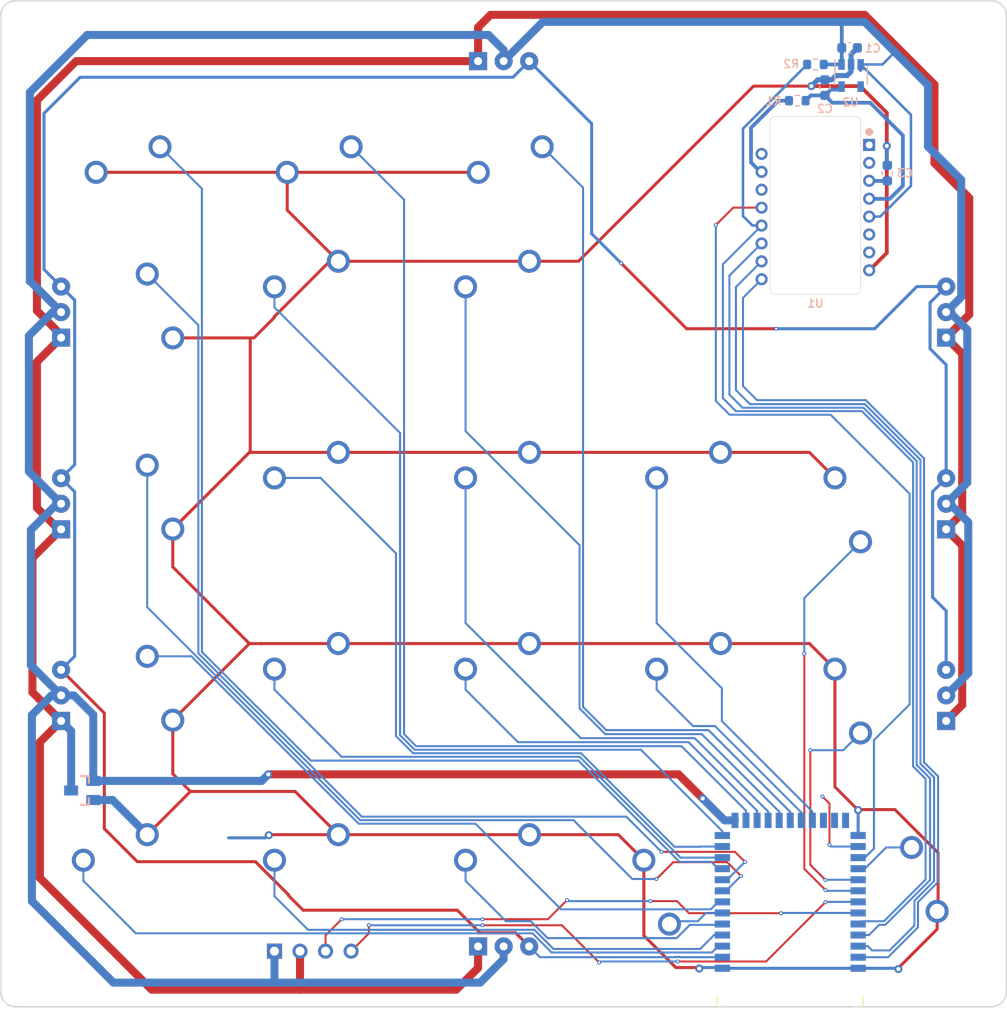
<source format=kicad_pcb>
(kicad_pcb (version 20211014) (generator pcbnew)
  (title_block (title "ortho-tb-board") (rev "v1.0.0") (company "Unknown"))
  (layers (0 "F.Cu" signal) (31 "B.Cu" signal) (34 "B.Paste" user) (35 "F.Paste" user) (36 "B.SilkS" user "B.Silkscreen") (37 "F.SilkS" user "F.Silkscreen") (38 "B.Mask" user) (39 "F.Mask" user) (44 "Edge.Cuts" user))
  (net 0 "")
  (net 1 "GND")
  (net 2 "m_c1_r1")
  (net 3 "m_c1_r2")
  (net 4 "m_c1_r3")
  (net 5 "m_c1_r4")
  (net 6 "m_c1_r5")
  (net 7 "m_c2_r1")
  (net 8 "m_c2_r2")
  (net 9 "m_c2_r3")
  (net 10 "m_c2_r4")
  (net 11 "m_c2_r5")
  (net 12 "m_c3_r1")
  (net 13 "m_c3_r2")
  (net 14 "m_c3_r3")
  (net 15 "m_c3_r4")
  (net 16 "m_c3_r5")
  (net 17 "m_c4_r1")
  (net 18 "m_c4_r2")
  (net 19 "m_c4_r3")
  (net 20 "m_c5_r1")
  (net 21 "m_c5_r2")
  (net 22 "m_c5_r3")
  (net 23 "DMIN")
  (net 24 "DPLUS")
  (net 25 "m_c4_r4")
  (net 26 "XTRA")
  (net 27 "SWDCLK")
  (net 28 "SWDIO")
  (net 29 "VBUS")
  (net 30 "VCC")
  (net 31 "GND_P")
  (net 32 "MISO")
  (net 33 "NCS")
  (net 34 "MOSI")
  (net 35 "SCLK")
  (net 36 "MOTION")
  (footprint "MX" (layer "F.Cu") (at 50.025 -88.025 180)
    (fp_text reference "S15" hide)
    (fp_text value "" hide)
  )
  (footprint "MX" (layer "F.Cu") (at 31.025 -50.025)
    (fp_text reference "S8" hide)
    (fp_text value "" hide)
  )
  (footprint "MX" (layer "F.Cu") (at 50.025 -69.025)
    (fp_text reference "S14" hide)
    (fp_text value "" hide)
  )
  (footprint "MountingHole:MountingHole_3.2mm_M3" (layer "F.Cu") (at 81 -80 170)
    (fp_text reference "")
    (fp_text value "")
  )
  (footprint "MX" (layer "F.Cu") (at 69.025 -31.025)
    (fp_text reference "S17" hide)
    (fp_text value "" hide)
  )
  (footprint "four_pin_header" (layer "F.Cu") (at 31.025 -5.525 90)
    (fp_text reference "")
    (fp_text value "")
  )
  (footprint "MX" (layer "F.Cu") (at 88.025 -12.025 -90)
    (fp_text reference "S19" hide)
    (fp_text value "" hide)
  )
  (footprint "MX" (layer "F.Cu") (at 50.025 -50.025)
    (fp_text reference "S13" hide)
    (fp_text value "" hide)
  )
  (footprint "MX" (layer "F.Cu") (at 12.025 -31.025 -90)
    (fp_text reference "S2" hide)
    (fp_text value "" hide)
  )
  (footprint "MX" (layer "F.Cu") (at 31.025 -12.025)
    (fp_text reference "S6" hide)
    (fp_text value "" hide)
  )
  (footprint "MX" (layer "F.Cu") (at 50.025 -31.025)
    (fp_text reference "S12" hide)
    (fp_text value "" hide)
  )
  (footprint "MountingHole:MountingHole_2.2mm_M2" (layer "F.Cu") (at 2.5 -97.5)
    (fp_text reference "")
    (fp_text value "")
  )
  (footprint "MountingHole:MountingHole_3.2mm_M3" (layer "F.Cu") (at 81 -80 148)
    (fp_text reference "")
    (fp_text value "")
  )
  (footprint "MX" (layer "F.Cu") (at 31.025 -31.025)
    (fp_text reference "S7" hide)
    (fp_text value "" hide)
  )
  (footprint "MX" (layer "F.Cu") (at 31.025 -69.025)
    (fp_text reference "S9" hide)
    (fp_text value "" hide)
  )
  (footprint "MountingHole:MountingHole_2.2mm_M2" (layer "F.Cu") (at 2.5 -2.5)
    (fp_text reference "")
    (fp_text value "")
  )
  (footprint "MX" (layer "F.Cu") (at 50.025 -12.025)
    (fp_text reference "S11" hide)
    (fp_text value "" hide)
  )
  (footprint "MountingHole:MountingHole_3.2mm_M3" (layer "F.Cu") (at 81 -80 136)
    (fp_text reference "")
    (fp_text value "")
  )
  (footprint "MX" (layer "F.Cu") (at 12.025 -12.025)
    (fp_text reference "S1" hide)
    (fp_text value "" hide)
  )
  (footprint "MountingHole:MountingHole_2.2mm_M2" (layer "F.Cu") (at 97.5 -97.5)
    (fp_text reference "")
    (fp_text value "")
  )
  (footprint "MountingHole:MountingHole_3.2mm_M3" (layer "F.Cu") (at 81 -80 159)
    (fp_text reference "")
    (fp_text value "")
  )
  (footprint "MX" (layer "F.Cu") (at 12.025 -50.025 -90)
    (fp_text reference "S3" hide)
    (fp_text value "" hide)
  )
  (footprint "MX" (layer "F.Cu") (at 69.025 -50.025)
    (fp_text reference "S18" hide)
    (fp_text value "" hide)
  )
  (footprint "MX" (layer "F.Cu") (at 31.025 -88.025 180)
    (fp_text reference "S10" hide)
    (fp_text value "" hide)
  )
  (footprint "MountingHole:MountingHole_3.2mm_M3" (layer "F.Cu") (at 81 -80 180)
    (fp_text reference "")
    (fp_text value "")
  )
  (footprint "MX" (layer "F.Cu") (at 12.025 -69.025 -90)
    (fp_text reference "S4" hide)
    (fp_text value "" hide)
  )
  (footprint "MX" (layer "F.Cu") (at 12.025 -88.025 180)
    (fp_text reference "S5" hide)
    (fp_text value "" hide)
  )
  (footprint "MX" (layer "F.Cu") (at 88.025 -31.025 90)
    (fp_text reference "S20" hide)
    (fp_text value "" hide)
  )
  (footprint "MountingHole:MountingHole_2.2mm_M2" (layer "F.Cu") (at 97.5 -2.5)
    (fp_text reference "")
    (fp_text value "")
  )
  (footprint "MX" (layer "F.Cu") (at 88.025 -50.025 90)
    (fp_text reference "S21" hide)
    (fp_text value "" hide)
  )
  (footprint "MX" (layer "F.Cu") (at 69.025 -12.025 90)
    (fp_text reference "S16" hide)
    (fp_text value "" hide)
  )
  (footprint "Capacitor_SMD:C_0603_1608Metric" (layer "B.Cu") (at 88.15 -82.865 90)
    (fp_text reference "C3")
    (fp_text value "4.7u")
  )
  (footprint "magnetic_connector" (layer "B.Cu") (at 94 -30.95 180)
    (fp_text reference "")
    (fp_text value "")
  )
  (footprint "Capacitor_SMD:C_0603_1608Metric" (layer "B.Cu") (at 84.4 -95.315 180)
    (fp_text reference "C1")
    (fp_text value "0.1u")
  )
  (footprint "SOT23" (layer "B.Cu") (at 8.1 -21.5 -90)
    (fp_text reference "")
    (fp_text value "SOT23")
  )
  (footprint "Capacitor_SMD:C_0603_1608Metric" (layer "B.Cu") (at 81.95 -91.365 90)
    (fp_text reference "C2")
    (fp_text value "1u")
  )
  (footprint "Resistor_SMD:R_0603_1608Metric" (layer "B.Cu") (at 79.2 -90.065 180)
    (fp_text reference "R1")
    (fp_text value "39")
  )
  (footprint "Resistor_SMD:R_0603_1608Metric" (layer "B.Cu") (at 81 -93.665 180)
    (fp_text reference "R2")
    (fp_text value "10k")
  )
  (footprint "nRF52840_holyiot_18010" (layer "B.Cu") (at 78.5 -9.525)
    (fp_text reference "")
    (fp_text value "nRF52840_holyiot_18010")
  )
  (footprint "PMW3360:PMW3360" (layer "B.Cu") (at 86.35 -85.665 180)
    (fp_text reference "U1")
    (fp_text value "PMW3360")
  )
  (footprint "magnetic_connector" (layer "B.Cu") (at 50 -94 90)
    (fp_text reference "")
    (fp_text value "")
  )
  (footprint "Package_TO_SOT_SMD:SOT-23-5" (layer "B.Cu") (at 84.55 -92.565 -90)
    (fp_text reference "U2")
    (fp_text value "TCR2EF19")
  )
  (footprint "magnetic_connector" (layer "B.Cu") (at 6 -69.05 180)
    (fp_text reference "")
    (fp_text value "")
  )
  (footprint "magnetic_connector" (layer "B.Cu") (at 94 -50 180)
    (fp_text reference "")
    (fp_text value "")
  )
  (footprint "magnetic_connector" (layer "B.Cu") (at 6 -30.95 180)
    (fp_text reference "")
    (fp_text value "")
  )
  (footprint "magnetic_connector" (layer "B.Cu") (at 50 -6 90)
    (fp_text reference "")
    (fp_text value "")
  )
  (footprint "magnetic_connector" (layer "B.Cu") (at 6 -50 180)
    (fp_text reference "")
    (fp_text value "")
  )
  (footprint "magnetic_connector" (layer "B.Cu") (at 94 -69.05 180)
    (fp_text reference "")
    (fp_text value "")
  )
  (gr_line (start 85 -70.815) (end 77 -70.815) (layer "Edge.Cuts") (width 0.05))
  (gr_arc (start 76.5 -88.015) (mid 76.646447 -88.368553) (end 77 -88.515) (layer "Edge.Cuts") (width 0.05))
  (gr_arc (start 85 -88.515) (mid 85.353553 -88.368553) (end 85.5 -88.015) (layer "Edge.Cuts") (width 0.05))
  (gr_arc (start 100 -1.5) (mid 99.56066 -0.43934) (end 98.5 0) (layer "Edge.Cuts") (width 0.15))
  (gr_arc (start 0 -98.5) (mid 0.43934 -99.56066) (end 1.5 -100) (layer "Edge.Cuts") (width 0.15))
  (gr_arc (start 85.5 -71.315) (mid 85.353553 -70.961447) (end 85 -70.815) (layer "Edge.Cuts") (width 0.05))
  (gr_line (start 0 -98.5) (end 0 -1.5) (layer "Edge.Cuts") (width 0.15))
  (gr_line (start 98.5 -100) (end 1.5 -100) (layer "Edge.Cuts") (width 0.15))
  (gr_arc (start 98.5 -100) (mid 99.56066 -99.56066) (end 100 -98.5) (layer "Edge.Cuts") (width 0.15))
  (gr_line (start 100 -1.5) (end 100 -98.5) (layer "Edge.Cuts") (width 0.15))
  (gr_line (start 85.5 -88.015) (end 85.5 -71.315) (layer "Edge.Cuts") (width 0.05))
  (gr_line (start 77 -88.515) (end 85 -88.515) (layer "Edge.Cuts") (width 0.05))
  (gr_arc (start 1.5 0) (mid 0.43934 -0.43934) (end 0 -1.5) (layer "Edge.Cuts") (width 0.15))
  (gr_arc (start 77 -70.815) (mid 76.646447 -70.961447) (end 76.5 -71.315) (layer "Edge.Cuts") (width 0.05))
  (gr_line (start 76.5 -71.315) (end 76.5 -88.015) (layer "Edge.Cuts") (width 0.05))
  (gr_line (start 1.5 0) (end 98.5 0) (layer "Edge.Cuts") (width 0.15))
  (segment (start 75.54999 -82.975) (end 74.600002 -83.924988) (width 0.375) (layer "B.Cu") (net 0))
  (segment (start 74.600002 -87.36591) (end 77.299092 -90.065) (width 0.375) (layer "B.Cu") (net 0))
  (segment (start 83.6 -91.465) (end 83.3 -91.165) (width 0.375) (layer "B.Cu") (net 0))
  (segment (start 77.299092 -90.065) (end 78.375 -90.065) (width 0.375) (layer "B.Cu") (net 0))
  (segment (start 82.675 -89.865) (end 81.95 -90.59) (width 0.375) (layer "B.Cu") (net 0))
  (segment (start 86.35 -80.305) (end 88.39 -80.305) (width 0.375) (layer "B.Cu") (net 0))
  (segment (start 86.45 -89.865) (end 82.675 -89.865) (width 0.375) (layer "B.Cu") (net 0))
  (segment (start 83.3 -91.165) (end 82.525 -91.165) (width 0.375) (layer "B.Cu") (net 0))
  (segment (start 82.525 -91.165) (end 81.95 -90.59) (width 0.375) (layer "B.Cu") (net 0))
  (segment (start 88.39 -80.305) (end 89.7 -81.615) (width 0.375) (layer "B.Cu") (net 0))
  (segment (start 81.95 -90.59) (end 80.55 -90.59) (width 0.375) (layer "B.Cu") (net 0))
  (segment (start 74.600002 -83.924988) (end 74.600002 -87.36591) (width 0.375) (layer "B.Cu") (net 0))
  (segment (start 88.15 -82.09) (end 86.355 -82.09) (width 0.375) (layer "B.Cu") (net 0))
  (segment (start 89.7 -81.615) (end 89.7 -86.615) (width 0.375) (layer "B.Cu") (net 0))
  (segment (start 89.7 -86.615) (end 86.45 -89.865) (width 0.375) (layer "B.Cu") (net 0))
  (segment (start 80.55 -90.59) (end 80.025 -90.065) (width 0.375) (layer "B.Cu") (net 0))
  (segment (start 17.105 -28.485) (end 17.105 -23.155) (width 0.3) (layer "F.Cu") (net 1))
  (segment (start 24.805 -55.105) (end 33.565 -55.105) (width 0.3) (layer "F.Cu") (net 1))
  (segment (start 9.485 -82.945) (end 28.485 -82.945) (width 0.3) (layer "F.Cu") (net 1))
  (segment (start 32.705 -74.105) (end 33.565 -74.105) (width 0.3) (layer "F.Cu") (net 1))
  (segment (start 25.905 -36.105) (end 33.565 -36.105) (width 0.3) (layer "F.Cu") (net 1))
  (segment (start 28.485 -82.945) (end 47.485 -82.945) (width 0.3) (layer "F.Cu") (net 1))
  (segment (start 17.105 -47.485) (end 24.725 -55.105) (width 0.3) (layer "F.Cu") (net 1))
  (segment (start 88.91073 -19.6) (end 85.2 -19.6) (width 0.3) (layer "F.Cu") (net 1))
  (segment (start 93.2 -9.8) (end 93.2 -15.31073) (width 0.3) (layer "F.Cu") (net 1))
  (segment (start 88.1 -85.565) (end 88.1 -74.935) (width 0.375) (layer "F.Cu") (net 1))
  (segment (start 71.565 -36.105) (end 80.405 -36.105) (width 0.3) (layer "F.Cu") (net 1))
  (segment (start 63.945 -7.077887) (end 67.122887 -3.9) (width 0.3) (layer "F.Cu") (net 1))
  (segment (start 24.805 -66.475) (end 24.815 -66.485) (width 0.3) (layer "F.Cu") (net 1))
  (segment (start 33.565 -55.105) (end 52.565 -55.105) (width 0.3) (layer "F.Cu") (net 1))
  (segment (start 93.105 -7.705) (end 89.2 -3.8) (width 0.3) (layer "F.Cu") (net 1))
  (segment (start 33.565 -36.105) (end 52.565 -36.105) (width 0.3) (layer "F.Cu") (net 1))
  (segment (start 29.27 -21.4) (end 33.565 -17.105) (width 0.3) (layer "F.Cu") (net 1))
  (segment (start 74.851329 -91.515) (end 80.6 -91.515) (width 0.3) (layer "F.Cu") (net 1))
  (segment (start 80.405 -55.105) (end 82.945 -52.565) (width 0.3) (layer "F.Cu") (net 1))
  (segment (start 17.105 -43.715) (end 24.72 -36.1) (width 0.3) (layer "F.Cu") (net 1))
  (segment (start 27.195421 -68.507058) (end 27.195421 -68.595421) (width 0.3) (layer "F.Cu") (net 1))
  (segment (start 14.565 -17.105) (end 18.86 -21.4) (width 0.3) (layer "F.Cu") (net 1))
  (segment (start 33.565 -17.105) (end 26.605 -17.105) (width 0.3) (layer "F.Cu") (net 1))
  (segment (start 88.1 -74.935) (end 86.35 -73.185) (width 0.375) (layer "F.Cu") (net 1))
  (segment (start 80.405 -36.105) (end 82.945 -33.565) (width 0.3) (layer "F.Cu") (net 1))
  (segment (start 85.45 -91.515) (end 88.1 -88.865) (width 0.375) (layer "F.Cu") (net 1))
  (segment (start 80.6 -91.515) (end 85.45 -91.515) (width 0.375) (layer "F.Cu") (net 1))
  (segment (start 67.122887 -3.9) (end 69.4 -3.9) (width 0.3) (layer "F.Cu") (net 1))
  (segment (start 82.945 -21.855) (end 82.945 -33.565) (width 0.3) (layer "F.Cu") (net 1))
  (segment (start 93.105 -9.485) (end 93.105 -7.705) (width 0.3) (layer "F.Cu") (net 1))
  (segment (start 24.815 -66.485) (end 25.173363 -66.485) (width 0.3) (layer "F.Cu") (net 1))
  (segment (start 28.485 -82.945) (end 28.485 -79.185) (width 0.3) (layer "F.Cu") (net 1))
  (segment (start 33.565 -74.105) (end 52.565 -74.105) (width 0.3) (layer "F.Cu") (net 1))
  (segment (start 17.105 -66.485) (end 24.815 -66.485) (width 0.3) (layer "F.Cu") (net 1))
  (segment (start 71.565 -55.105) (end 80.405 -55.105) (width 0.3) (layer "F.Cu") (net 1))
  (segment (start 52.565 -55.105) (end 71.565 -55.105) (width 0.3) (layer "F.Cu") (net 1))
  (segment (start 52.565 -36.105) (end 71.565 -36.105) (width 0.3) (layer "F.Cu") (net 1))
  (segment (start 27.195421 -68.595421) (end 32.705 -74.105) (width 0.3) (layer "F.Cu") (net 1))
  (segment (start 93.2 -15.31073) (end 88.91073 -19.6) (width 0.3) (layer "F.Cu") (net 1))
  (segment (start 28.485 -79.185) (end 33.565 -74.105) (width 0.3) (layer "F.Cu") (net 1))
  (segment (start 88.1 -88.865) (end 88.1 -85.565) (width 0.375) (layer "F.Cu") (net 1))
  (segment (start 17.105 -23.155) (end 18.86 -21.4) (width 0.3) (layer "F.Cu") (net 1))
  (segment (start 17.105 -47.485) (end 17.105 -43.715) (width 0.3) (layer "F.Cu") (net 1))
  (segment (start 61.405 -17.105) (end 63.945 -14.565) (width 0.3) (layer "F.Cu") (net 1))
  (segment (start 93.105 -9.485) (end 93.105 -9.705) (width 0.3) (layer "F.Cu") (net 1))
  (segment (start 24.72 -55.1) (end 24.8 -55.1) (width 0.3) (layer "F.Cu") (net 1))
  (segment (start 85.2 -19.6) (end 82.945 -21.855) (width 0.3) (layer "F.Cu") (net 1))
  (segment (start 63.945 -14.565) (end 63.945 -7.077887) (width 0.3) (layer "F.Cu") (net 1))
  (segment (start 18.86 -21.4) (end 29.27 -21.4) (width 0.3) (layer "F.Cu") (net 1))
  (segment (start 57.441329 -74.105) (end 74.851329 -91.515) (width 0.3) (layer "F.Cu") (net 1))
  (segment (start 24.8 -55.1) (end 24.805 -55.105) (width 0.3) (layer "F.Cu") (net 1))
  (segment (start 24.805 -55.105) (end 24.805 -66.475) (width 0.3) (layer "F.Cu") (net 1))
  (segment (start 17.105 -47.485) (end 24.72 -55.1) (width 0.3) (layer "F.Cu") (net 1))
  (segment (start 25.9 -36.1) (end 25.905 -36.105) (width 0.3) (layer "F.Cu") (net 1))
  (segment (start 33.565 -17.105) (end 52.565 -17.105) (width 0.3) (layer "F.Cu") (net 1))
  (segment (start 52.565 -74.105) (end 57.441329 -74.105) (width 0.3) (layer "F.Cu") (net 1))
  (segment (start 17.105 -28.485) (end 24.72 -36.1) (width 0.3) (layer "F.Cu") (net 1))
  (segment (start 93.105 -9.705) (end 93.2 -9.8) (width 0.3) (layer "F.Cu") (net 1))
  (segment (start 25.173363 -66.485) (end 27.195421 -68.507058) (width 0.3) (layer "F.Cu") (net 1))
  (segment (start 24.725 -55.105) (end 24.805 -55.105) (width 0.3) (layer "F.Cu") (net 1))
  (segment (start 52.565 -17.105) (end 61.405 -17.105) (width 0.3) (layer "F.Cu") (net 1))
  (segment (start 24.72 -36.1) (end 25.9 -36.1) (width 0.3) (layer "F.Cu") (net 1))
  (via (at 85.25 -19.55) (size 0.8) (drill 0.4) (layers "F.Cu" "B.Cu") (net 1))
  (via (at 89.25 -3.75) (size 0.8) (drill 0.4) (layers "F.Cu" "B.Cu") (net 1))
  (via (at 80.6 -91.515) (size 0.8) (drill 0.4) (layers "F.Cu" "B.Cu") (net 1))
  (via (at 26.655 -17.055) (size 0.8) (drill 0.4) (layers "F.Cu" "B.Cu") (net 1))
  (via (at 69.45 -3.8005) (size 0.8) (drill 0.4) (layers "F.Cu" "B.Cu") (net 1))
  (via (at 88.1 -85.565) (size 0.8) (drill 0.4) (layers "F.Cu" "B.Cu") (net 1))
  (segment (start 69.4 -3.9) (end 71.675 -3.9) (width 0.3) (layer "B.Cu") (net 1))
  (segment (start 85.25 -17.025) (end 85.25 -19.55) (width 0.3) (layer "B.Cu") (net 1))
  (segment (start 89.2 -3.8) (end 89.175 -3.825) (width 0.3) (layer "B.Cu") (net 1))
  (segment (start 84.55 -94.69) (end 84.55 -93.665) (width 0.5) (layer "B.Cu") (net 1))
  (segment (start 9.2 -20.55) (end 11.12 -20.55) (width 0.8) (layer "B.Cu") (net 1))
  (segment (start 84.55 -92.949998) (end 84.165002 -92.565) (width 0.5) (layer "B.Cu") (net 1))
  (segment (start 71.675 -3.9) (end 71.75 -3.825) (width 0.3) (layer "B.Cu") (net 1))
  (segment (start 85.25 -3.825) (end 71.75 -3.825) (width 0.3) (layer "B.Cu") (net 1))
  (segment (start 84.55 -93.665) (end 84.55 -92.949998) (width 0.5) (layer "B.Cu") (net 1))
  (segment (start 82.609998 -92.14) (end 81.95 -92.14) (width 0.5) (layer "B.Cu") (net 1))
  (segment (start 81.225 -92.14) (end 80.6 -91.515) (width 0.5) (layer "B.Cu") (net 1))
  (segment (start 83.034998 -92.565) (end 82.609998 -92.14) (width 0.5) (layer "B.Cu") (net 1))
  (segment (start 88.1 -84.84) (end 88.05 -84.79) (width 0.25) (layer "B.Cu") (net 1))
  (segment (start 11.12 -20.55) (end 14.565 -17.105) (width 0.8) (layer "B.Cu") (net 1))
  (segment (start 81.95 -92.14) (end 81.225 -92.14) (width 0.5) (layer "B.Cu") (net 1))
  (segment (start 88.1 -85.565) (end 88.1 -83.69) (width 0.375) (layer "B.Cu") (net 1))
  (segment (start 26.29 -16.79) (end 26.605 -17.105) (width 0.3) (layer "B.Cu") (net 1))
  (segment (start 22.65 -16.79) (end 26.29 -16.79) (width 0.3) (layer "B.Cu") (net 1))
  (segment (start 88.1 -84.69) (end 88.15 -84.64) (width 0.25) (layer "B.Cu") (net 1))
  (segment (start 84.165002 -92.565) (end 83.034998 -92.565) (width 0.5) (layer "B.Cu") (net 1))
  (segment (start 89.175 -3.825) (end 85.25 -3.825) (width 0.3) (layer "B.Cu") (net 1))
  (segment (start 85.175 -95.315) (end 84.55 -94.69) (width 0.5) (layer "B.Cu") (net 1))
  (segment (start 54.770587 -5.395068) (end 52.866144 -7.299511) (width 0.2) (layer "B.Cu") (net 2))
  (segment (start 70.708068 -5.395068) (end 54.770587 -5.395068) (width 0.2) (layer "B.Cu") (net 2))
  (segment (start 71.75 -6.025) (end 71.338 -6.025) (width 0.2) (layer "B.Cu") (net 2))
  (segment (start 52.866144 -7.299511) (end 13.43639 -7.299511) (width 0.2) (layer "B.Cu") (net 2))
  (segment (start 8.215 -12.520901) (end 8.215 -14.565) (width 0.2) (layer "B.Cu") (net 2))
  (segment (start 71.338 -6.025) (end 70.708068 -5.395068) (width 0.2) (layer "B.Cu") (net 2))
  (segment (start 13.43639 -7.299511) (end 8.215 -12.520901) (width 0.2) (layer "B.Cu") (net 2))
  (segment (start 71.75 -10.425) (end 71.338 -10.425) (width 0.2) (layer "B.Cu") (net 3))
  (segment (start 70.594579 -9.681579) (end 55.718421 -9.681579) (width 0.2) (layer "B.Cu") (net 3))
  (segment (start 55.718421 -9.681579) (end 47.202 -18.198) (width 0.2) (layer "B.Cu") (net 3))
  (segment (start 71.338 -10.425) (end 70.594579 -9.681579) (width 0.2) (layer "B.Cu") (net 3))
  (segment (start 18.954496 -34.835) (end 14.565 -34.835) (width 0.2) (layer "B.Cu") (net 3))
  (segment (start 35.591496 -18.198) (end 18.954496 -34.835) (width 0.2) (layer "B.Cu") (net 3))
  (segment (start 47.202 -18.198) (end 35.591496 -18.198) (width 0.2) (layer "B.Cu") (net 3))
  (segment (start 72.231579 -14.368421) (end 73.6 -13) (width 0.2) (layer "F.Cu") (net 4))
  (segment (start 66.868421 -14.368421) (end 72.231579 -14.368421) (width 0.2) (layer "F.Cu") (net 4))
  (segment (start 65.2 -12.7) (end 66.868421 -14.368421) (width 0.2) (layer "F.Cu") (net 4))
  (via (at 65.2 -12.7) (size 0.4) (drill 0.2) (layers "F.Cu" "B.Cu") (net 4))
  (via (at 73.6 -13) (size 0.4) (drill 0.2) (layers "F.Cu" "B.Cu") (net 4))
  (segment (start 56.952489 -18.547511) (end 62.8 -12.7) (width 0.2) (layer "B.Cu") (net 4))
  (segment (start 72.125 -11.525) (end 71.75 -11.525) (width 0.2) (layer "B.Cu") (net 4))
  (segment (start 73.6 -13) (end 72.125 -11.525) (width 0.2) (layer "B.Cu") (net 4))
  (segment (start 14.565 -53.835) (end 14.565 -39.71878) (width 0.2) (layer "B.Cu") (net 4))
  (segment (start 62.8 -12.7) (end 65.2 -12.7) (width 0.2) (layer "B.Cu") (net 4))
  (segment (start 14.565 -39.71878) (end 35.736269 -18.547511) (width 0.2) (layer "B.Cu") (net 4))
  (segment (start 35.736269 -18.547511) (end 56.952489 -18.547511) (width 0.2) (layer "B.Cu") (net 4))
  (segment (start 73 -15.4) (end 74 -14.4) (width 0.2) (layer "F.Cu") (net 5))
  (segment (start 65.7 -15.4) (end 73 -15.4) (width 0.2) (layer "F.Cu") (net 5))
  (via (at 65.7 -15.4) (size 0.4) (drill 0.2) (layers "F.Cu" "B.Cu") (net 5))
  (via (at 74 -14.4) (size 0.4) (drill 0.2) (layers "F.Cu" "B.Cu") (net 5))
  (segment (start 74 -14.4) (end 72.225 -12.625) (width 0.2) (layer "B.Cu") (net 5))
  (segment (start 19.650489 -35.127574) (end 25.302996 -29.475068) (width 0.2) (layer "B.Cu") (net 5))
  (segment (start 25.302996 -29.475068) (end 25.319216 -29.475068) (width 0.2) (layer "B.Cu") (net 5))
  (segment (start 72.225 -12.625) (end 71.75 -12.625) (width 0.2) (layer "B.Cu") (net 5))
  (segment (start 35.897262 -18.897022) (end 62.202978 -18.897022) (width 0.2) (layer "B.Cu") (net 5))
  (segment (start 25.319216 -29.475068) (end 35.897262 -18.897022) (width 0.2) (layer "B.Cu") (net 5))
  (segment (start 14.565 -72.835) (end 19.650489 -67.749511) (width 0.2) (layer "B.Cu") (net 5))
  (segment (start 62.202978 -18.897022) (end 65.7 -15.4) (width 0.2) (layer "B.Cu") (net 5))
  (segment (start 19.650489 -67.749511) (end 19.650489 -35.127574) (width 0.2) (layer "B.Cu") (net 5))
  (segment (start 70.663 -14.4) (end 71.338 -13.725) (width 0.2) (layer "B.Cu") (net 6))
  (segment (start 20 -35.272347) (end 25.447768 -29.824579) (width 0.2) (layer "B.Cu") (net 6))
  (segment (start 71.338 -13.725) (end 71.75 -13.725) (width 0.2) (layer "B.Cu") (net 6))
  (segment (start 67.5 -14.4) (end 70.663 -14.4) (width 0.2) (layer "B.Cu") (net 6))
  (segment (start 57.432155 -24.467845) (end 67.5 -14.4) (width 0.2) (layer "B.Cu") (net 6))
  (segment (start 25.463988 -29.824579) (end 30.820722 -24.467845) (width 0.2) (layer "B.Cu") (net 6))
  (segment (start 15.835 -85.485) (end 20 -81.32) (width 0.2) (layer "B.Cu") (net 6))
  (segment (start 25.447768 -29.824579) (end 25.463988 -29.824579) (width 0.2) (layer "B.Cu") (net 6))
  (segment (start 30.820722 -24.467845) (end 57.432155 -24.467845) (width 0.2) (layer "B.Cu") (net 6))
  (segment (start 20 -81.32) (end 20 -35.272347) (width 0.2) (layer "B.Cu") (net 6))
  (segment (start 54.961137 -5.744579) (end 53.056694 -7.649022) (width 0.2) (layer "B.Cu") (net 7))
  (segment (start 69.544579 -5.744579) (end 54.961137 -5.744579) (width 0.2) (layer "B.Cu") (net 7))
  (segment (start 70.925 -7.125) (end 69.544579 -5.744579) (width 0.2) (layer "B.Cu") (net 7))
  (segment (start 53.056694 -7.649022) (end 30.550978 -7.649022) (width 0.2) (layer "B.Cu") (net 7))
  (segment (start 27.215 -10.985) (end 27.215 -14.565) (width 0.2) (layer "B.Cu") (net 7))
  (segment (start 30.550978 -7.649022) (end 27.215 -10.985) (width 0.2) (layer "B.Cu") (net 7))
  (segment (start 71.75 -7.125) (end 70.925 -7.125) (width 0.2) (layer "B.Cu") (net 7))
  (segment (start 71.75 -14.825) (end 67.580717 -14.825) (width 0.2) (layer "B.Cu") (net 8))
  (segment (start 27.215 -31.520901) (end 27.215 -33.565) (width 0.2) (layer "B.Cu") (net 8))
  (segment (start 67.580717 -14.825) (end 57.555228 -24.850489) (width 0.2) (layer "B.Cu") (net 8))
  (segment (start 33.885412 -24.850489) (end 27.215 -31.520901) (width 0.2) (layer "B.Cu") (net 8))
  (segment (start 57.555228 -24.850489) (end 33.885412 -24.850489) (width 0.2) (layer "B.Cu") (net 8))
  (segment (start 39.3 -26.905717) (end 39.3 -45.064099) (width 0.2) (layer "B.Cu") (net 9))
  (segment (start 31.799099 -52.565) (end 27.215 -52.565) (width 0.2) (layer "B.Cu") (net 9))
  (segment (start 71.75 -15.925) (end 69.542653 -15.925) (width 0.2) (layer "B.Cu") (net 9))
  (segment (start 69.542653 -15.925) (end 69.522232 -15.904579) (width 0.2) (layer "B.Cu") (net 9))
  (segment (start 57.7 -25.2) (end 41.005717 -25.2) (width 0.2) (layer "B.Cu") (net 9))
  (segment (start 39.3 -45.064099) (end 31.799099 -52.565) (width 0.2) (layer "B.Cu") (net 9))
  (segment (start 66.995421 -15.904579) (end 57.7 -25.2) (width 0.2) (layer "B.Cu") (net 9))
  (segment (start 41.005717 -25.2) (end 39.3 -26.905717) (width 0.2) (layer "B.Cu") (net 9))
  (segment (start 69.522232 -15.904579) (end 66.995421 -15.904579) (width 0.2) (layer "B.Cu") (net 9))
  (segment (start 71.75 -17.45) (end 63.649511 -25.550489) (width 0.2) (layer "B.Cu") (net 10))
  (segment (start 27.215 -69.520901) (end 27.215 -71.565) (width 0.2) (layer "B.Cu") (net 10))
  (segment (start 63.649511 -25.550489) (end 41.149511 -25.550489) (width 0.2) (layer "B.Cu") (net 10))
  (segment (start 71.75 -17.025) (end 71.75 -17.45) (width 0.2) (layer "B.Cu") (net 10))
  (segment (start 41.149511 -25.550489) (end 39.7 -27) (width 0.2) (layer "B.Cu") (net 10))
  (segment (start 39.7 -27) (end 39.7 -57.035901) (width 0.2) (layer "B.Cu") (net 10))
  (segment (start 39.7 -57.035901) (end 27.215 -69.520901) (width 0.2) (layer "B.Cu") (net 10))
  (segment (start 41.3 -25.9) (end 40.1 -27.1) (width 0.2) (layer "B.Cu") (net 11))
  (segment (start 74.1 -19.487) (end 67.687 -25.9) (width 0.2) (layer "B.Cu") (net 11))
  (segment (start 67.687 -25.9) (end 41.3 -25.9) (width 0.2) (layer "B.Cu") (net 11))
  (segment (start 74.1 -18.525) (end 74.1 -19.487) (width 0.2) (layer "B.Cu") (net 11))
  (segment (start 40.1 -27.1) (end 40.1 -80.22) (width 0.2) (layer "B.Cu") (net 11))
  (segment (start 40.1 -80.22) (end 34.835 -85.485) (width 0.2) (layer "B.Cu") (net 11))
  (segment (start 71.670421 -8.145421) (end 68.527768 -8.145421) (width 0.2) (layer "B.Cu") (net 12))
  (segment (start 71.75 -8.225) (end 71.670421 -8.145421) (width 0.2) (layer "B.Cu") (net 12))
  (segment (start 50.235901 -8.5) (end 46.215 -12.520901) (width 0.2) (layer "B.Cu") (net 12))
  (segment (start 46.215 -12.520901) (end 46.215 -14.565) (width 0.2) (layer "B.Cu") (net 12))
  (segment (start 52.7 -8.5) (end 50.235901 -8.5) (width 0.2) (layer "B.Cu") (net 12))
  (segment (start 68.527768 -8.145421) (end 67.204836 -6.822489) (width 0.2) (layer "B.Cu") (net 12))
  (segment (start 54.377511 -6.822489) (end 52.7 -8.5) (width 0.2) (layer "B.Cu") (net 12))
  (segment (start 67.204836 -6.822489) (end 54.377511 -6.822489) (width 0.2) (layer "B.Cu") (net 12))
  (segment (start 46.215 -33.565) (end 46.215 -31.520901) (width 0.2) (layer "B.Cu") (net 13))
  (segment (start 46.215 -31.520901) (end 51.435901 -26.3) (width 0.2) (layer "B.Cu") (net 13))
  (segment (start 75.2 -19.487) (end 75.2 -18.525) (width 0.2) (layer "B.Cu") (net 13))
  (segment (start 68.387 -26.3) (end 75.2 -19.487) (width 0.2) (layer "B.Cu") (net 13))
  (segment (start 51.435901 -26.3) (end 68.387 -26.3) (width 0.2) (layer "B.Cu") (net 13))
  (segment (start 69 -26.7) (end 76.3 -19.4) (width 0.2) (layer "B.Cu") (net 14))
  (segment (start 46.215 -52.565) (end 46.215 -38.149099) (width 0.2) (layer "B.Cu") (net 14))
  (segment (start 46.215 -38.149099) (end 57.664099 -26.7) (width 0.2) (layer "B.Cu") (net 14))
  (segment (start 76.3 -19.4) (end 76.3 -18.525) (width 0.2) (layer "B.Cu") (net 14))
  (segment (start 57.664099 -26.7) (end 69 -26.7) (width 0.2) (layer "B.Cu") (net 14))
  (segment (start 57.550489 -45.881858) (end 57.550489 -29.655228) (width 0.2) (layer "B.Cu") (net 15))
  (segment (start 77.4 -19.4) (end 77.4 -18.525) (width 0.2) (layer "B.Cu") (net 15))
  (segment (start 46.215 -57.217347) (end 57.550489 -45.881858) (width 0.2) (layer "B.Cu") (net 15))
  (segment (start 57.550489 -29.655228) (end 60.105717 -27.1) (width 0.2) (layer "B.Cu") (net 15))
  (segment (start 60.105717 -27.1) (end 69.7 -27.1) (width 0.2) (layer "B.Cu") (net 15))
  (segment (start 69.7 -27.1) (end 77.4 -19.4) (width 0.2) (layer "B.Cu") (net 15))
  (segment (start 46.215 -71.565) (end 46.215 -57.217347) (width 0.2) (layer "B.Cu") (net 15))
  (segment (start 70.3685 -27.5) (end 78.5 -19.3685) (width 0.2) (layer "B.Cu") (net 16))
  (segment (start 57.9 -81.42) (end 57.9 -29.8) (width 0.2) (layer "B.Cu") (net 16))
  (segment (start 53.835 -85.485) (end 57.9 -81.42) (width 0.2) (layer "B.Cu") (net 16))
  (segment (start 78.5 -19.3685) (end 78.5 -18.525) (width 0.2) (layer "B.Cu") (net 16))
  (segment (start 60.2 -27.5) (end 70.3685 -27.5) (width 0.2) (layer "B.Cu") (net 16))
  (segment (start 57.9 -29.8) (end 60.2 -27.5) (width 0.2) (layer "B.Cu") (net 16))
  (segment (start 71.75 -9.325) (end 70.125 -9.325) (width 0.2) (layer "B.Cu") (net 17))
  (segment (start 66.764932 -8.494932) (end 66.485 -8.215) (width 0.2) (layer "B.Cu") (net 17))
  (segment (start 69.294932 -8.494932) (end 66.764932 -8.494932) (width 0.2) (layer "B.Cu") (net 17))
  (segment (start 70.125 -9.325) (end 69.294932 -8.494932) (width 0.2) (layer "B.Cu") (net 17))
  (segment (start 65.215 -33.565) (end 65.215 -31.520901) (width 0.2) (layer "B.Cu") (net 18))
  (segment (start 68.835901 -27.9) (end 71.018011 -27.9) (width 0.2) (layer "B.Cu") (net 18))
  (segment (start 79.6 -19.318011) (end 79.6 -18.525) (width 0.2) (layer "B.Cu") (net 18))
  (segment (start 71.018011 -27.9) (end 79.6 -19.318011) (width 0.2) (layer "B.Cu") (net 18))
  (segment (start 65.215 -31.520901) (end 68.835901 -27.9) (width 0.2) (layer "B.Cu") (net 18))
  (segment (start 65.215 -52.565) (end 65.215 -38.149099) (width 0.2) (layer "B.Cu") (net 19))
  (segment (start 71.7 -31.664099) (end 71.7 -28.4) (width 0.2) (layer "B.Cu") (net 19))
  (segment (start 65.215 -38.149099) (end 71.7 -31.664099) (width 0.2) (layer "B.Cu") (net 19))
  (segment (start 80.7 -19.4) (end 80.7 -18.525) (width 0.2) (layer "B.Cu") (net 19))
  (segment (start 71.7 -28.4) (end 80.7 -19.4) (width 0.2) (layer "B.Cu") (net 19))
  (segment (start 88.035 -15.835) (end 90.565 -15.835) (width 0.2) (layer "B.Cu") (net 20))
  (segment (start 85.925 -13.725) (end 88.035 -15.835) (width 0.2) (layer "B.Cu") (net 20))
  (segment (start 85.25 -13.725) (end 85.925 -13.725) (width 0.2) (layer "B.Cu") (net 20))
  (segment (start 80.5 -25.5) (end 80.5 -14.1) (width 0.2) (layer "F.Cu") (net 21))
  (segment (start 80.5 -14.1) (end 82 -12.6) (width 0.2) (layer "F.Cu") (net 21))
  (via (at 82 -12.6) (size 0.4) (drill 0.2) (layers "F.Cu" "B.Cu") (net 21))
  (via (at 80.5 -25.5) (size 0.4) (drill 0.2) (layers "F.Cu" "B.Cu") (net 21))
  (segment (start 85.25 -12.625) (end 82.025 -12.625) (width 0.2) (layer "B.Cu") (net 21))
  (segment (start 83.77 -25.5) (end 85.485 -27.215) (width 0.2) (layer "B.Cu") (net 21))
  (segment (start 80.5 -25.5) (end 83.77 -25.5) (width 0.2) (layer "B.Cu") (net 21))
  (segment (start 82.025 -12.625) (end 82 -12.6) (width 0.2) (layer "B.Cu") (net 21))
  (segment (start 79.900001 -13.699999) (end 82 -11.6) (width 0.2) (layer "F.Cu") (net 22))
  (segment (start 79.900001 -35.100001) (end 79.900001 -13.699999) (width 0.2) (layer "F.Cu") (net 22))
  (via (at 79.900001 -35.100001) (size 0.4) (drill 0.2) (layers "F.Cu" "B.Cu") (net 22))
  (via (at 82 -11.6) (size 0.4) (drill 0.2) (layers "F.Cu" "B.Cu") (net 22))
  (segment (start 85.25 -11.525) (end 82.075 -11.525) (width 0.2) (layer "B.Cu") (net 22))
  (segment (start 79.9 -40.63) (end 79.900001 -35.100001) (width 0.2) (layer "B.Cu") (net 22))
  (segment (start 85.485 -46.215) (end 79.9 -40.63) (width 0.2) (layer "B.Cu") (net 22))
  (segment (start 82.075 -11.525) (end 82 -11.6) (width 0.2) (layer "B.Cu") (net 22))
  (segment (start 81.7 -20.9) (end 82.4 -20.2) (width 0.2) (layer "F.Cu") (net 25))
  (segment (start 82.4 -20.2) (end 82.4 -16.1) (width 0.2) (layer "F.Cu") (net 25))
  (via (at 81.7 -20.9) (size 0.4) (drill 0.2) (layers "F.Cu" "B.Cu") (net 25))
  (via (at 82.4 -16.1) (size 0.4) (drill 0.2) (layers "F.Cu" "B.Cu") (net 25))
  (segment (start 82.4 -16.1) (end 82.575 -15.925) (width 0.2) (layer "B.Cu") (net 25))
  (segment (start 82.575 -15.925) (end 85.25 -15.925) (width 0.2) (layer "B.Cu") (net 25))
  (segment (start 68.2 -67.4) (end 61.7 -73.9) (width 0.3) (layer "F.Cu") (net 26))
  (segment (start 10.3 -17.7) (end 10.3 -29.19) (width 0.3) (layer "F.Cu") (net 26))
  (segment (start 47.650489 -7.349511) (end 45.4 -9.6) (width 0.3) (layer "F.Cu") (net 26))
  (segment (start 28.631579 -11.033611) (end 28.631579 -11.108401) (width 0.3) (layer "F.Cu") (net 26))
  (segment (start 28.631579 -11.108401) (end 25.321559 -14.418421) (width 0.3) (layer "F.Cu") (net 26))
  (segment (start 51.190489 -7.349511) (end 47.650489 -7.349511) (width 0.3) (layer "F.Cu") (net 26))
  (segment (start 52.54 -6) (end 51.190489 -7.349511) (width 0.3) (layer "F.Cu") (net 26))
  (segment (start 45.4 -9.6) (end 30.06519 -9.6) (width 0.3) (layer "F.Cu") (net 26))
  (segment (start 10.3 -29.19) (end 6 -33.49) (width 0.3) (layer "F.Cu") (net 26))
  (segment (start 13.581579 -14.418421) (end 10.3 -17.7) (width 0.3) (layer "F.Cu") (net 26))
  (segment (start 77.1 -67.4) (end 68.2 -67.4) (width 0.3) (layer "F.Cu") (net 26))
  (segment (start 25.321559 -14.418421) (end 13.581579 -14.418421) (width 0.3) (layer "F.Cu") (net 26))
  (segment (start 30.06519 -9.6) (end 28.631579 -11.033611) (width 0.3) (layer "F.Cu") (net 26))
  (via (at 77.1 -67.4) (size 0.4) (drill 0.2) (layers "F.Cu" "B.Cu") (net 26))
  (via (at 61.7 -73.9) (size 0.4) (drill 0.2) (layers "F.Cu" "B.Cu") (net 26))
  (segment (start 50.94 -92.4) (end 7.9 -92.4) (width 0.3) (layer "B.Cu") (net 26))
  (segment (start 53.615 -4.925) (end 52.54 -6) (width 0.2) (layer "B.Cu") (net 26))
  (segment (start 94 -39.359276) (end 92.650489 -40.708787) (width 0.3) (layer "B.Cu") (net 26))
  (segment (start 94 -33.49) (end 94 -39.359276) (width 0.3) (layer "B.Cu") (net 26))
  (segment (start 67.11381 -4.949501) (end 67.089309 -4.925) (width 0.2) (layer "B.Cu") (net 26))
  (segment (start 94 -71.59) (end 92.4 -69.99) (width 0.3) (layer "B.Cu") (net 26))
  (segment (start 4.3 -73.29) (end 6 -71.59) (width 0.3) (layer "B.Cu") (net 26))
  (segment (start 58.750479 -87.789521) (end 52.54 -94) (width 0.3) (layer "B.Cu") (net 26))
  (segment (start 92.650489 -40.708787) (end 92.650489 -51.190489) (width 0.3) (layer "B.Cu") (net 26))
  (segment (start 92.650489 -51.190489) (end 94 -52.54) (width 0.3) (layer "B.Cu") (net 26))
  (segment (start 7.349511 -53.889511) (end 6 -52.54) (width 0.3) (layer "B.Cu") (net 26))
  (segment (start 7.349511 -70.240489) (end 7.349511 -53.889511) (width 0.3) (layer "B.Cu") (net 26))
  (segment (start 71.75 -4.925) (end 67.510691 -4.925) (width 0.2) (layer "B.Cu") (net 26))
  (segment (start 58.750479 -76.849521) (end 58.750479 -87.789521) (width 0.3) (layer "B.Cu") (net 26))
  (segment (start 4.3 -88.8) (end 4.3 -73.29) (width 0.3) (layer "B.Cu") (net 26))
  (segment (start 61.7 -73.9) (end 58.750479 -76.849521) (width 0.3) (layer "B.Cu") (net 26))
  (segment (start 67.510691 -4.925) (end 67.48619 -4.949501) (width 0.2) (layer "B.Cu") (net 26))
  (segment (start 7.349511 -34.839511) (end 7.349511 -51.190489) (width 0.3) (layer "B.Cu") (net 26))
  (segment (start 94 -63.810978) (end 94 -52.54) (width 0.3) (layer "B.Cu") (net 26))
  (segment (start 94 -71.59) (end 91.09 -71.59) (width 0.3) (layer "B.Cu") (net 26))
  (segment (start 6 -71.59) (end 7.349511 -70.240489) (width 0.3) (layer "B.Cu") (net 26))
  (segment (start 52.54 -94) (end 50.94 -92.4) (width 0.3) (layer "B.Cu") (net 26))
  (segment (start 7.349511 -51.190489) (end 6 -52.54) (width 0.3) (layer "B.Cu") (net 26))
  (segment (start 67.089309 -4.925) (end 53.615 -4.925) (width 0.2) (layer "B.Cu") (net 26))
  (segment (start 7.9 -92.4) (end 4.3 -88.8) (width 0.3) (layer "B.Cu") (net 26))
  (segment (start 92.4 -65.410978) (end 94 -63.810978) (width 0.3) (layer "B.Cu") (net 26))
  (segment (start 92.4 -69.99) (end 92.4 -65.410978) (width 0.3) (layer "B.Cu") (net 26))
  (segment (start 6 -33.49) (end 7.349511 -34.839511) (width 0.3) (layer "B.Cu") (net 26))
  (segment (start 67.48619 -4.949501) (end 67.11381 -4.949501) (width 0.2) (layer "B.Cu") (net 26))
  (segment (start 91.09 -71.59) (end 86.9 -67.4) (width 0.3) (layer "B.Cu") (net 26))
  (segment (start 86.9 -67.4) (end 77.1 -67.4) (width 0.3) (layer "B.Cu") (net 26))
  (segment (start 36.6 -7.29) (end 34.835 -5.525) (width 0.2) (layer "F.Cu") (net 27))
  (segment (start 82 -10.4) (end 76.1 -4.5) (width 0.2) (layer "F.Cu") (net 27))
  (segment (start 76.1 -4.5) (end 67.3 -4.5) (width 0.2) (layer "F.Cu") (net 27))
  (segment (start 36.6 -8.1) (end 36.6 -7.29) (width 0.2) (layer "F.Cu") (net 27))
  (segment (start 55.8 -8.1) (end 47.9 -8.1) (width 0.2) (layer "F.Cu") (net 27))
  (segment (start 59.5 -4.4) (end 55.8 -8.1) (width 0.2) (layer "F.Cu") (net 27))
  (via (at 82 -10.4) (size 0.4) (drill 0.2) (layers "F.Cu" "B.Cu") (net 27))
  (via (at 67.3 -4.5) (size 0.4) (drill 0.2) (layers "F.Cu" "B.Cu") (net 27))
  (via (at 36.6 -8.1) (size 0.4) (drill 0.2) (layers "F.Cu" "B.Cu") (net 27))
  (via (at 47.9 -8.1) (size 0.4) (drill 0.2) (layers "F.Cu" "B.Cu") (net 27))
  (via (at 59.5 -4.4) (size 0.4) (drill 0.2) (layers "F.Cu" "B.Cu") (net 27))
  (segment (start 59.6 -4.5) (end 59.5 -4.4) (width 0.2) (layer "B.Cu") (net 27))
  (segment (start 85.25 -10.425) (end 82.025 -10.425) (width 0.2) (layer "B.Cu") (net 27))
  (segment (start 47.9 -8.1) (end 36.6 -8.1) (width 0.2) (layer "B.Cu") (net 27))
  (segment (start 82.025 -10.425) (end 82 -10.4) (width 0.2) (layer "B.Cu") (net 27))
  (segment (start 67.3 -4.5) (end 59.6 -4.5) (width 0.2) (layer "B.Cu") (net 27))
  (segment (start 33.9 -8.7) (end 32.295 -7.095) (width 0.2) (layer "F.Cu") (net 28))
  (segment (start 56.3 -10.6) (end 54.4 -8.7) (width 0.2) (layer "F.Cu") (net 28))
  (segment (start 77.6 -9.3) (end 68.435901 -9.3) (width 0.2) (layer "F.Cu") (net 28))
  (segment (start 67.235901 -10.5) (end 64.6 -10.5) (width 0.2) (layer "F.Cu") (net 28))
  (segment (start 68.435901 -9.3) (end 67.235901 -10.5) (width 0.2) (layer "F.Cu") (net 28))
  (segment (start 32.295 -7.095) (end 32.295 -5.525) (width 0.2) (layer "F.Cu") (net 28))
  (segment (start 54.4 -8.7) (end 47.9 -8.7) (width 0.2) (layer "F.Cu") (net 28))
  (via (at 77.6 -9.3) (size 0.4) (drill 0.2) (layers "F.Cu" "B.Cu") (net 28))
  (via (at 47.9 -8.7) (size 0.4) (drill 0.2) (layers "F.Cu" "B.Cu") (net 28))
  (via (at 64.6 -10.5) (size 0.4) (drill 0.2) (layers "F.Cu" "B.Cu") (net 28))
  (via (at 33.9 -8.7) (size 0.4) (drill 0.2) (layers "F.Cu" "B.Cu") (net 28))
  (via (at 56.3 -10.6) (size 0.4) (drill 0.2) (layers "F.Cu" "B.Cu") (net 28))
  (segment (start 85.25 -9.325) (end 77.625 -9.325) (width 0.2) (layer "B.Cu") (net 28))
  (segment (start 47.9 -8.7) (end 33.9 -8.7) (width 0.2) (layer "B.Cu") (net 28))
  (segment (start 64.6 -10.5) (end 56.4 -10.5) (width 0.2) (layer "B.Cu") (net 28))
  (segment (start 77.625 -9.325) (end 77.6 -9.3) (width 0.2) (layer "B.Cu") (net 28))
  (segment (start 56.4 -10.5) (end 56.3 -10.6) (width 0.2) (layer "B.Cu") (net 28))
  (segment (start 67.4 -23.1) (end 69.8 -20.7) (width 0.8) (layer "F.Cu") (net 30))
  (segment (start 26.6 -23.1) (end 67.4 -23.1) (width 0.8) (layer "F.Cu") (net 30))
  (via (at 26.6 -23.1) (size 0.8) (drill 0.4) (layers "F.Cu" "B.Cu") (net 30))
  (via (at 69.8 -20.7) (size 0.8) (drill 0.4) (layers "F.Cu" "B.Cu") (net 30))
  (segment (start 3.1 -10.5) (end 11.2 -2.4) (width 0.8) (layer "B.Cu") (net 30))
  (segment (start 85.9 -97.9) (end 83.4 -97.9) (width 0.8) (layer "B.Cu") (net 30))
  (segment (start 3 -47.4) (end 3 -33.95) (width 0.8) (layer "B.Cu") (net 30))
  (segment (start 50 -95.1) (end 48.5 -96.6) (width 0.8) (layer "B.Cu") (net 30))
  (segment (start 27.3 -2.4) (end 47.672792 -2.4) (width 0.8) (layer "B.Cu") (net 30))
  (segment (start 88.9 -94.9) (end 85.9 -97.9) (width 0.8) (layer "B.Cu") (net 30))
  (segment (start 71.975 -18.525) (end 69.8 -20.7) (width 0.8) (layer "B.Cu") (net 30))
  (segment (start 83.625 -97.675) (end 83.4 -97.9) (width 0.375) (layer "B.Cu") (net 30))
  (segment (start 96.1 -52.1) (end 94 -50) (width 0.8) (layer "B.Cu") (net 30))
  (segment (start 5.15 -69.05) (end 2.8 -66.7) (width 0.8) (layer "B.Cu") (net 30))
  (segment (start 83.6 -93.665) (end 81.825 -93.665) (width 0.375) (layer "B.Cu") (net 30))
  (segment (start 87.665 -93.665) (end 88.9 -94.9) (width 0.25) (layer "B.Cu") (net 30))
  (segment (start 2.9 -90.9) (end 2.9 -72.1) (width 0.8) (layer "B.Cu") (net 30))
  (segment (start 50 -4.727208) (end 50 -6) (width 0.8) (layer "B.Cu") (net 30))
  (segment (start 86.35 -78.545) (end 87.445 -78.545) (width 0.25) (layer "B.Cu") (net 30))
  (segment (start 90.5 -88.665) (end 85.5 -93.665) (width 0.25) (layer "B.Cu") (net 30))
  (segment (start 47.672792 -2.4) (end 50 -4.727208) (width 0.8) (layer "B.Cu") (net 30))
  (segment (start 83.625 -95.315) (end 83.625 -93.69) (width 0.375) (layer "B.Cu") (net 30))
  (segment (start 96.1 -67.309022) (end 96.1 -52.1) (width 0.8) (layer "B.Cu") (net 30))
  (segment (start 6 -30.95) (end 5.05 -30.95) (width 0.8) (layer "B.Cu") (net 30))
  (segment (start 6 -69.05) (end 5.15 -69.05) (width 0.8) (layer "B.Cu") (net 30))
  (segment (start 85.5 -93.665) (end 87.665 -93.665) (width 0.25) (layer "B.Cu") (net 30))
  (segment (start 27.215 -5.525) (end 27.215 -2.485) (width 0.8) (layer "B.Cu") (net 30))
  (segment (start 83.625 -93.69) (end 83.6 -93.665) (width 0.375) (layer "B.Cu") (net 30))
  (segment (start 96.2 -48.159022) (end 96.2 -33.15) (width 0.8) (layer "B.Cu") (net 30))
  (segment (start 94 -69.05) (end 95.499511 -70.549511) (width 0.8) (layer "B.Cu") (net 30))
  (segment (start 9.2 -22.45) (end 9.2 -29.022792) (width 0.8) (layer "B.Cu") (net 30))
  (segment (start 83.4 -97.9) (end 53.9 -97.9) (width 0.8) (layer "B.Cu") (net 30))
  (segment (start 5.05 -30.95) (end 3.1 -29) (width 0.8) (layer "B.Cu") (net 30))
  (segment (start 2.8 -53.2) (end 6 -50) (width 0.8) (layer "B.Cu") (net 30))
  (segment (start 95.499511 -70.549511) (end 95.499511 -82.200489) (width 0.8) (layer "B.Cu") (net 30))
  (segment (start 94 -69.05) (end 94.359022 -69.05) (width 0.8) (layer "B.Cu") (net 30))
  (segment (start 11.2 -2.4) (end 27.3 -2.4) (width 0.8) (layer "B.Cu") (net 30))
  (segment (start 2.8 -66.7) (end 2.8 -53.2) (width 0.8) (layer "B.Cu") (net 30))
  (segment (start 5.6 -50) (end 3 -47.4) (width 0.8) (layer "B.Cu") (net 30))
  (segment (start 94.359022 -50) (end 96.2 -48.159022) (width 0.8) (layer "B.Cu") (net 30))
  (segment (start 94 -50) (end 94.359022 -50) (width 0.8) (layer "B.Cu") (net 30))
  (segment (start 3.1 -29) (end 3.1 -10.5) (width 0.8) (layer "B.Cu") (net 30))
  (segment (start 53.9 -97.9) (end 50 -94) (width 0.8) (layer "B.Cu") (net 30))
  (segment (start 7.272792 -30.95) (end 6 -30.95) (width 0.8) (layer "B.Cu") (net 30))
  (segment (start 3 -33.95) (end 6 -30.95) (width 0.8) (layer "B.Cu") (net 30))
  (segment (start 96.2 -33.15) (end 94 -30.95) (width 0.8) (layer "B.Cu") (net 30))
  (segment (start 50 -94) (end 50 -95.1) (width 0.8) (layer "B.Cu") (net 30))
  (segment (start 92.2 -91.6) (end 88.9 -94.9) (width 0.8) (layer "B.Cu") (net 30))
  (segment (start 94.359022 -69.05) (end 96.1 -67.309022) (width 0.8) (layer "B.Cu") (net 30))
  (segment (start 87.445 -78.545) (end 90.5 -81.6) (width 0.25) (layer "B.Cu") (net 30))
  (segment (start 9.2 -29.022792) (end 7.272792 -30.95) (width 0.8) (layer "B.Cu") (net 30))
  (segment (start 92.2 -85.5) (end 92.2 -91.6) (width 0.8) (layer "B.Cu") (net 30))
  (segment (start 6 -50) (end 5.6 -50) (width 0.8) (layer "B.Cu") (net 30))
  (segment (start 2.9 -72.1) (end 2.95 -72.1) (width 0.8) (layer "B.Cu") (net 30))
  (segment (start 73 -18.525) (end 71.975 -18.525) (width 0.8) (layer "B.Cu") (net 30))
  (segment (start 48.5 -96.6) (end 8.6 -96.6) (width 0.8) (layer "B.Cu") (net 30))
  (segment (start 95.499511 -82.200489) (end 92.2 -85.5) (width 0.8) (layer "B.Cu") (net 30))
  (segment (start 2.95 -72.1) (end 6 -69.05) (width 0.8) (layer "B.Cu") (net 30))
  (segment (start 90.5 -81.6) (end 90.5 -88.665) (width 0.25) (layer "B.Cu") (net 30))
  (segment (start 9.2 -22.45) (end 25.95 -22.45) (width 0.8) (layer "B.Cu") (net 30))
  (segment (start 83.625 -95.315) (end 83.625 -97.675) (width 0.375) (layer "B.Cu") (net 30))
  (segment (start 85.5 -93.665) (end 85.5 -93.115) (width 0.375) (layer "B.Cu") (net 30))
  (segment (start 8.6 -96.6) (end 2.9 -90.9) (width 0.8) (layer "B.Cu") (net 30))
  (segment (start 25.95 -22.45) (end 26.6 -23.1) (width 0.8) (layer "B.Cu") (net 30))
  (segment (start 27.215 -2.485) (end 27.3 -2.4) (width 0.8) (layer "B.Cu") (net 30))
  (segment (start 3.6 -64.11) (end 3.6 -49.6) (width 0.8) (layer "F.Cu") (net 31))
  (segment (start 85.9 -98.6) (end 48.7 -98.6) (width 0.8) (layer "F.Cu") (net 31))
  (segment (start 6 -66.51) (end 3.6 -64.11) (width 0.8) (layer "F.Cu") (net 31))
  (segment (start 95.599511 -49.059511) (end 95.599511 -64.910489) (width 0.8) (layer "F.Cu") (net 31))
  (segment (start 29.755 -1.745) (end 29.8 -1.7) (width 0.8) (layer "F.Cu") (net 31))
  (segment (start 3.9 -26.31) (end 3.9 -12.8) (width 0.8) (layer "F.Cu") (net 31))
  (segment (start 6 -66.787949) (end 6 -66.51) (width 0.8) (layer "F.Cu") (net 31))
  (segment (start 95.599511 -64.910489) (end 94 -66.51) (width 0.8) (layer "F.Cu") (net 31))
  (segment (start 47.46 -94) (end 7.5 -94) (width 0.8) (layer "F.Cu") (net 31))
  (segment (start 94 -47.46) (end 95.599511 -49.059511) (width 0.8) (layer "F.Cu") (net 31))
  (segment (start 94 -28.41) (end 95.599511 -30.009511) (width 0.8) (layer "F.Cu") (net 31))
  (segment (start 95.599511 -45.860489) (end 94 -47.46) (width 0.8) (layer "F.Cu") (net 31))
  (segment (start 3.6 -90.1) (end 3.6 -69.187949) (width 0.8) (layer "F.Cu") (net 31))
  (segment (start 92.838942 -83.861058) (end 92.838942 -91.661058) (width 0.8) (layer "F.Cu") (net 31))
  (segment (start 6 -47.46) (end 3.150481 -44.610481) (width 0.8) (layer "F.Cu") (net 31))
  (segment (start 45.3 -1.7) (end 47.46 -3.86) (width 0.8) (layer "F.Cu") (net 31))
  (segment (start 95.599511 -30.009511) (end 95.599511 -45.860489) (width 0.8) (layer "F.Cu") (net 31))
  (segment (start 3.9 -12.8) (end 15 -1.7) (width 0.8) (layer "F.Cu") (net 31))
  (segment (start 3.150481 -44.610481) (end 3.150481 -31.259519) (width 0.8) (layer "F.Cu") (net 31))
  (segment (start 3.6 -69.187949) (end 6 -66.787949) (width 0.8) (layer "F.Cu") (net 31))
  (segment (start 47.46 -3.86) (end 47.46 -6) (width 0.8) (layer "F.Cu") (net 31))
  (segment (start 48.7 -98.6) (end 47.46 -97.36) (width 0.8) (layer "F.Cu") (net 31))
  (segment (start 3.6 -49.6) (end 5.74 -47.46) (width 0.8) (layer "F.Cu") (net 31))
  (segment (start 5.74 -47.46) (end 6 -47.46) (width 0.8) (layer "F.Cu") (net 31))
  (segment (start 94 -66.51) (end 96.298982 -68.808982) (width 0.8) (layer "F.Cu") (net 31))
  (segment (start 92.838942 -91.661058) (end 85.9 -98.6) (width 0.8) (layer "F.Cu") (net 31))
  (segment (start 96.298982 -68.808982) (end 96.298982 -80.401018) (width 0.8) (layer "F.Cu") (net 31))
  (segment (start 29.8 -1.7) (end 45.3 -1.7) (width 0.8) (layer "F.Cu") (net 31))
  (segment (start 29.755 -5.525) (end 29.755 -1.745) (width 0.8) (layer "F.Cu") (net 31))
  (segment (start 3.150481 -31.259519) (end 6 -28.41) (width 0.8) (layer "F.Cu") (net 31))
  (segment (start 47.46 -97.36) (end 47.46 -94) (width 0.8) (layer "F.Cu") (net 31))
  (segment (start 7.5 -94) (end 3.6 -90.1) (width 0.8) (layer "F.Cu") (net 31))
  (segment (start 15 -1.7) (end 29.8 -1.7) (width 0.8) (layer "F.Cu") (net 31))
  (segment (start 6 -28.41) (end 3.9 -26.31) (width 0.8) (layer "F.Cu") (net 31))
  (segment (start 96.298982 -80.401018) (end 92.838942 -83.861058) (width 0.8) (layer "F.Cu") (net 31))
  (segment (start 7 -21.5) (end 7 -27.41) (width 0.8) (layer "B.Cu") (net 31))
  (segment (start 7 -27.41) (end 6 -28.41) (width 0.8) (layer "B.Cu") (net 31))
  (segment (start 73.8 -87.29) (end 73.8 -78.6) (width 0.25) (layer "B.Cu") (net 32))
  (segment (start 85.25 -8.225) (end 85.519932 -8.494932) (width 0.2) (layer "B.Cu") (net 32))
  (segment (start 73.099022 -59.200978) (end 71.8 -60.5) (width 0.2) (layer "B.Cu") (net 32))
  (segment (start 91.957511 -12.643412) (end 91.957511 -22.653922) (width 0.2) (layer "B.Cu") (net 32))
  (segment (start 90.717932 -54.109721) (end 85.626675 -59.200978) (width 0.2) (layer "B.Cu") (net 32))
  (segment (start 73.8 -78.6) (end 74.745 -77.655) (width 0.25) (layer "B.Cu") (net 32))
  (segment (start 71.8 -60.5) (end 71.8 -73.805) (width 0.2) (layer "B.Cu") (net 32))
  (segment (start 71.8 -73.805) (end 75.65 -77.655) (width 0.2) (layer "B.Cu") (net 32))
  (segment (start 85.519932 -8.494932) (end 87.809031 -8.494932) (width 0.2) (layer "B.Cu") (net 32))
  (segment (start 85.626675 -59.200978) (end 73.099022 -59.200978) (width 0.2) (layer "B.Cu") (net 32))
  (segment (start 90.717932 -23.893502) (end 90.717932 -54.109721) (width 0.2) (layer "B.Cu") (net 32))
  (segment (start 80.175 -93.675) (end 80.2 -93.7) (width 0.25) (layer "B.Cu") (net 32))
  (segment (start 87.809031 -8.494932) (end 91.957511 -12.643412) (width 0.2) (layer "B.Cu") (net 32))
  (segment (start 91.957511 -22.653922) (end 90.717932 -23.893502) (width 0.2) (layer "B.Cu") (net 32))
  (segment (start 80.175 -93.665) (end 80.175 -93.675) (width 0.25) (layer "B.Cu") (net 32))
  (segment (start 80.175 -93.665) (end 73.8 -87.29) (width 0.25) (layer "B.Cu") (net 32))
  (segment (start 80.15 -93.49) (end 80.175 -93.465) (width 0.25) (layer "B.Cu") (net 32))
  (segment (start 74.745 -77.655) (end 75.65 -77.655) (width 0.25) (layer "B.Cu") (net 32))
  (segment (start 71.1 -77.7) (end 72.835 -79.435) (width 0.2) (layer "F.Cu") (net 33))
  (segment (start 72.835 -79.435) (end 75.65 -79.435) (width 0.2) (layer "F.Cu") (net 33))
  (via (at 71.1 -77.7) (size 0.4) (drill 0.2) (layers "F.Cu" "B.Cu") (net 33))
  (segment (start 90.368421 -30.054322) (end 90.368421 -50.995678) (width 0.2) (layer "B.Cu") (net 33))
  (segment (start 71.1 -60.217151) (end 71.1 -77.7) (width 0.2) (layer "B.Cu") (net 33))
  (segment (start 86.824579 -15.724579) (end 86.824579 -26.51048) (width 0.2) (layer "B.Cu") (net 33))
  (segment (start 86.824579 -26.51048) (end 90.368421 -30.054322) (width 0.2) (layer "B.Cu") (net 33))
  (segment (start 85.925 -14.825) (end 86.824579 -15.724579) (width 0.2) (layer "B.Cu") (net 33))
  (segment (start 85.25 -14.825) (end 85.925 -14.825) (width 0.2) (layer "B.Cu") (net 33))
  (segment (start 82.512632 -58.851467) (end 72.465684 -58.851467) (width 0.2) (layer "B.Cu") (net 33))
  (segment (start 72.465684 -58.851467) (end 71.1 -60.217151) (width 0.2) (layer "B.Cu") (net 33))
  (segment (start 90.368421 -50.995678) (end 82.512632 -58.851467) (width 0.2) (layer "B.Cu") (net 33))
  (segment (start 92.4 -12.591617) (end 92.4 -22.705717) (width 0.2) (layer "B.Cu") (net 34))
  (segment (start 87.953804 -8.145421) (end 92.4 -12.591617) (width 0.2) (layer "B.Cu") (net 34))
  (segment (start 91.067443 -54.254495) (end 85.771449 -59.550489) (width 0.2) (layer "B.Cu") (net 34))
  (segment (start 86.325 -7.125) (end 87.345421 -8.145421) (width 0.2) (layer "B.Cu") (net 34))
  (segment (start 92.4 -22.705717) (end 91.067443 -24.038274) (width 0.2) (layer "B.Cu") (net 34))
  (segment (start 85.25 -7.125) (end 86.325 -7.125) (width 0.2) (layer "B.Cu") (net 34))
  (segment (start 91.067443 -24.038274) (end 91.067443 -54.254495) (width 0.2) (layer "B.Cu") (net 34))
  (segment (start 85.771449 -59.550489) (end 73.749511 -59.550489) (width 0.2) (layer "B.Cu") (net 34))
  (segment (start 72.450489 -72.675489) (end 75.65 -75.875) (width 0.2) (layer "B.Cu") (net 34))
  (segment (start 73.749511 -59.550489) (end 72.450489 -60.849511) (width 0.2) (layer "B.Cu") (net 34))
  (segment (start 72.450489 -60.849511) (end 72.450489 -72.675489) (width 0.2) (layer "B.Cu") (net 34))
  (segment (start 87.345421 -8.145421) (end 87.953804 -8.145421) (width 0.2) (layer "B.Cu") (net 34))
  (segment (start 75.64 -74.105) (end 75.65 -74.095) (width 0.3) (layer "F.Cu") (net 35))
  (segment (start 90.850489 -10.547823) (end 92.8 -12.497334) (width 0.2) (layer "B.Cu") (net 35))
  (segment (start 73.1 -71.545) (end 75.65 -74.095) (width 0.2) (layer "B.Cu") (net 35))
  (segment (start 73.1 -61.3) (end 73.1 -71.545) (width 0.2) (layer "B.Cu") (net 35))
  (segment (start 85.916222 -59.9) (end 74.5 -59.9) (width 0.2) (layer "B.Cu") (net 35))
  (segment (start 92.8 -12.497334) (end 92.8 -22.805716) (width 0.2) (layer "B.Cu") (net 35))
  (segment (start 74.5 -59.9) (end 73.1 -61.3) (width 0.2) (layer "B.Cu") (net 35))
  (segment (start 91.450489 -54.365733) (end 85.916222 -59.9) (width 0.2) (layer "B.Cu") (net 35))
  (segment (start 88.377653 -5.6) (end 90.850489 -8.072836) (width 0.2) (layer "B.Cu") (net 35))
  (segment (start 90.850489 -8.072836) (end 90.850489 -10.547823) (width 0.2) (layer "B.Cu") (net 35))
  (segment (start 91.450489 -24.155228) (end 91.450489 -54.365733) (width 0.2) (layer "B.Cu") (net 35))
  (segment (start 85.25 -6.025) (end 86.212 -6.025) (width 0.2) (layer "B.Cu") (net 35))
  (segment (start 92.8 -22.805716) (end 91.450489 -24.155228) (width 0.2) (layer "B.Cu") (net 35))
  (segment (start 86.212 -6.025) (end 86.637 -5.6) (width 0.2) (layer "B.Cu") (net 35))
  (segment (start 86.637 -5.6) (end 88.377653 -5.6) (width 0.2) (layer "B.Cu") (net 35))
  (segment (start 91.2 -10.403051) (end 93.196949 -12.4) (width 0.2) (layer "B.Cu") (net 36))
  (segment (start 93.2 -12.4) (end 93.2 -22.9) (width 0.2) (layer "B.Cu") (net 36))
  (segment (start 91.8 -54.510506) (end 86.010506 -60.3) (width 0.2) (layer "B.Cu") (net 36))
  (segment (start 88.225 -4.925) (end 91.2 -7.9) (width 0.2) (layer "B.Cu") (net 36))
  (segment (start 73.8 -61.7) (end 73.8 -70.465) (width 0.2) (layer "B.Cu") (net 36))
  (segment (start 91.8 -24.3) (end 91.8 -54.510506) (width 0.2) (layer "B.Cu") (net 36))
  (segment (start 86.010506 -60.3) (end 75.2 -60.3) (width 0.2) (layer "B.Cu") (net 36))
  (segment (start 93.2 -22.9) (end 91.8 -24.3) (width 0.2) (layer "B.Cu") (net 36))
  (segment (start 91.2 -7.9) (end 91.2 -10.403051) (width 0.2) (layer "B.Cu") (net 36))
  (segment (start 93.196949 -12.4) (end 93.2 -12.4) (width 0.2) (layer "B.Cu") (net 36))
  (segment (start 73.8 -70.465) (end 75.65 -72.315) (width 0.2) (layer "B.Cu") (net 36))
  (segment (start 75.2 -60.3) (end 73.8 -61.7) (width 0.2) (layer "B.Cu") (net 36))
  (segment (start 85.25 -4.925) (end 88.225 -4.925) (width 0.2) (layer "B.Cu") (net 36))
)
</source>
